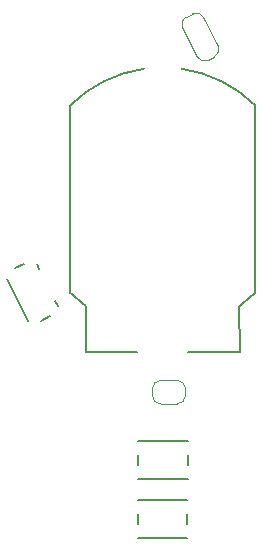
<source format=gbr>
%TF.GenerationSoftware,KiCad,Pcbnew,8.0.3*%
%TF.CreationDate,2024-06-16T19:36:31+02:00*%
%TF.ProjectId,jewelled_lc1,6a657765-6c6c-4656-945f-6c63312e6b69,rev?*%
%TF.SameCoordinates,Original*%
%TF.FileFunction,Legend,Bot*%
%TF.FilePolarity,Positive*%
%FSLAX45Y45*%
G04 Gerber Fmt 4.5, Leading zero omitted, Abs format (unit mm)*
G04 Created by KiCad (PCBNEW 8.0.3) date 2024-06-16 19:36:31*
%MOMM*%
%LPD*%
G01*
G04 APERTURE LIST*
%ADD10C,0.120000*%
%ADD11C,0.150000*%
G04 APERTURE END LIST*
D10*
%TO.C,JP2*%
X14901385Y-8357631D02*
X14955034Y-8330766D01*
X14993271Y-8697458D02*
X14867898Y-8447094D01*
X15046729Y-8357542D02*
X15172102Y-8607906D01*
X15138615Y-8697369D02*
X15084966Y-8724234D01*
X14870137Y-8451565D02*
G75*
G02*
X14901385Y-8357631I62590J31343D01*
G01*
X14955034Y-8330766D02*
G75*
G02*
X15048968Y-8362013I31343J-62590D01*
G01*
X15084966Y-8724234D02*
G75*
G02*
X14991032Y-8692987I-31343J62591D01*
G01*
X15169863Y-8603435D02*
G75*
G02*
X15138615Y-8697369I-62591J-31343D01*
G01*
D11*
%TO.C,SW3*%
X13447823Y-10486611D02*
X13528297Y-10446312D01*
X13564370Y-10931517D02*
X13385267Y-10573855D01*
X13635630Y-10448483D02*
X13655779Y-10488720D01*
X13752177Y-10893389D02*
X13671703Y-10933688D01*
X13794584Y-10765908D02*
X13814733Y-10806145D01*
%TO.C,SW2*%
X14495000Y-12065000D02*
X14495000Y-12155000D01*
X14915000Y-11950000D02*
X14495000Y-11950000D01*
X14915000Y-12065000D02*
X14915000Y-12155000D01*
X14915000Y-12270000D02*
X14495000Y-12270000D01*
%TO.C,BT1*%
X13917500Y-10692500D02*
X13917500Y-9112500D01*
X14052500Y-11197500D02*
X14052500Y-10807500D01*
X14052500Y-11197500D02*
X14487500Y-11197500D01*
X15352186Y-10807063D02*
X15352500Y-11197500D01*
X15352500Y-11197500D02*
X14917500Y-11197500D01*
X15487500Y-10692500D02*
X15487500Y-9112500D01*
X13915509Y-9110496D02*
G75*
G02*
X14542500Y-8797500I786991J-792004D01*
G01*
X14052500Y-10807500D02*
G75*
G02*
X13917120Y-10692882I650003J905004D01*
G01*
X14862500Y-8797500D02*
G75*
G02*
X15489491Y-9110496I-160000J-1105000D01*
G01*
X15487500Y-10692500D02*
G75*
G02*
X15352186Y-10807063I-784890J789870D01*
G01*
D10*
%TO.C,JP1*%
X14615000Y-11565000D02*
X14615000Y-11505000D01*
X14685000Y-11435000D02*
X14825000Y-11435000D01*
X14825000Y-11635000D02*
X14685000Y-11635000D01*
X14895000Y-11505000D02*
X14895000Y-11565000D01*
X14615000Y-11505000D02*
G75*
G02*
X14685000Y-11435000I70000J0D01*
G01*
X14685000Y-11635000D02*
G75*
G02*
X14615000Y-11565000I0J70000D01*
G01*
X14825000Y-11435000D02*
G75*
G02*
X14895000Y-11505000I0J-70000D01*
G01*
X14895000Y-11565000D02*
G75*
G02*
X14825000Y-11635000I-70000J0D01*
G01*
D11*
%TO.C,SW1*%
X14490000Y-12450000D02*
X14910000Y-12450000D01*
X14490000Y-12655000D02*
X14490000Y-12565000D01*
X14490000Y-12770000D02*
X14910000Y-12770000D01*
X14910000Y-12655000D02*
X14910000Y-12565000D01*
%TD*%
M02*

</source>
